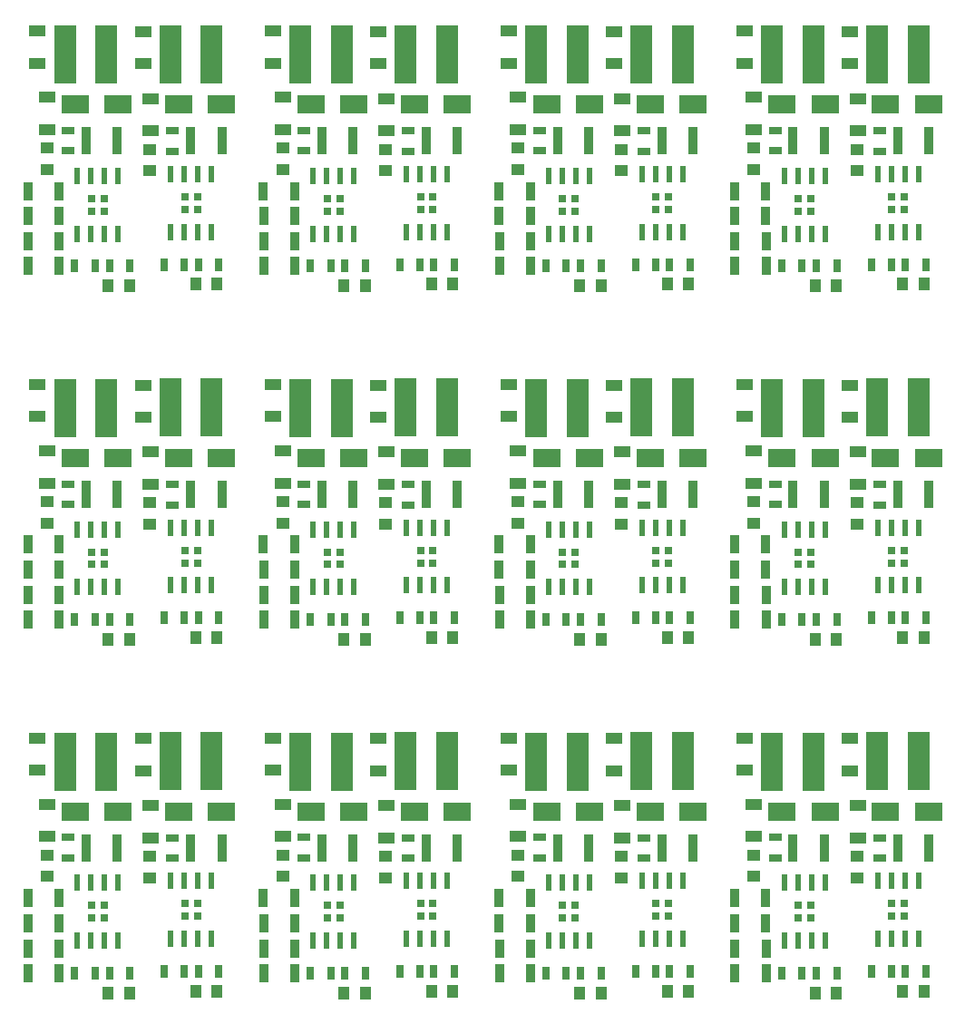
<source format=gtp>
G04 #@! TF.FileFunction,Paste,Top*
%FSLAX46Y46*%
G04 Gerber Fmt 4.6, Leading zero omitted, Abs format (unit mm)*
G04 Created by KiCad (PCBNEW 4.0.2-stable) date 11/29/2017 8:55:46 PM*
%MOMM*%
G01*
G04 APERTURE LIST*
%ADD10C,0.100000*%
%ADD11R,0.900000X1.700000*%
%ADD12R,0.700000X1.300000*%
%ADD13R,1.000000X1.250000*%
%ADD14R,1.600000X1.000000*%
%ADD15R,1.250000X1.000000*%
%ADD16R,1.300000X0.700000*%
%ADD17R,2.500000X1.800000*%
%ADD18R,0.900000X2.500000*%
%ADD19R,0.600000X1.550000*%
%ADD20R,0.705000X0.705000*%
%ADD21R,2.150000X5.500000*%
G04 APERTURE END LIST*
D10*
D11*
X124937600Y-135293400D03*
X127837600Y-135293400D03*
X127837600Y-137604800D03*
X124937600Y-137604800D03*
D12*
X131188200Y-137604800D03*
X129288200Y-137604800D03*
D13*
X132414000Y-139444200D03*
X134414000Y-139444200D03*
D12*
X132524200Y-137604800D03*
X134424200Y-137604800D03*
D14*
X126692400Y-121856800D03*
X126692400Y-124856800D03*
D15*
X126692400Y-128571800D03*
X126692400Y-126571800D03*
D16*
X128699000Y-126835200D03*
X128699000Y-124935200D03*
D17*
X129340600Y-122517200D03*
X133340600Y-122517200D03*
D15*
X136293600Y-128698800D03*
X136293600Y-126698800D03*
D14*
X136369800Y-121955600D03*
X136369800Y-124955600D03*
D18*
X133247800Y-125909800D03*
X130347800Y-125909800D03*
D11*
X127814400Y-132931200D03*
X124914400Y-132931200D03*
D19*
X129533900Y-134567700D03*
X130803900Y-134567700D03*
X132073900Y-134567700D03*
X133343900Y-134567700D03*
X133343900Y-129167700D03*
X132073900Y-129167700D03*
X130803900Y-129167700D03*
X129533900Y-129167700D03*
D20*
X132026400Y-131280200D03*
X130851400Y-131280200D03*
X132026400Y-132455200D03*
X130851400Y-132455200D03*
D11*
X124912200Y-130594400D03*
X127812200Y-130594400D03*
D19*
X138246100Y-134408700D03*
X139516100Y-134408700D03*
X140786100Y-134408700D03*
X142056100Y-134408700D03*
X142056100Y-129008700D03*
X140786100Y-129008700D03*
X139516100Y-129008700D03*
X138246100Y-129008700D03*
D20*
X140738600Y-131121200D03*
X139563600Y-131121200D03*
X140738600Y-132296200D03*
X139563600Y-132296200D03*
D14*
X125803400Y-118648200D03*
X125803400Y-115648200D03*
D21*
X128374200Y-117858000D03*
X132224200Y-117858000D03*
D14*
X135658600Y-118697600D03*
X135658600Y-115697600D03*
D21*
X138204000Y-117807200D03*
X142054000Y-117807200D03*
X160204000Y-117807200D03*
X164054000Y-117807200D03*
D17*
X160992600Y-122517200D03*
X164992600Y-122517200D03*
D13*
X154414000Y-139444200D03*
X156414000Y-139444200D03*
X162592800Y-139266400D03*
X164592800Y-139266400D03*
D12*
X162830000Y-137437600D03*
X164730000Y-137437600D03*
X161539800Y-137437600D03*
X159639800Y-137437600D03*
X154524200Y-137604800D03*
X156424200Y-137604800D03*
D14*
X158369800Y-121955600D03*
X158369800Y-124955600D03*
D17*
X151340600Y-122517200D03*
X155340600Y-122517200D03*
D21*
X150374200Y-117858000D03*
X154224200Y-117858000D03*
D14*
X157658600Y-118697600D03*
X157658600Y-115697600D03*
X147803400Y-118648200D03*
X147803400Y-115648200D03*
D16*
X160427200Y-126886000D03*
X160427200Y-124986000D03*
D19*
X160246100Y-134408700D03*
X161516100Y-134408700D03*
X162786100Y-134408700D03*
X164056100Y-134408700D03*
X164056100Y-129008700D03*
X162786100Y-129008700D03*
X161516100Y-129008700D03*
X160246100Y-129008700D03*
D20*
X162738600Y-131121200D03*
X161563600Y-131121200D03*
X162738600Y-132296200D03*
X161563600Y-132296200D03*
D15*
X158293600Y-128698800D03*
X158293600Y-126698800D03*
D19*
X151533900Y-134567700D03*
X152803900Y-134567700D03*
X154073900Y-134567700D03*
X155343900Y-134567700D03*
X155343900Y-129167700D03*
X154073900Y-129167700D03*
X152803900Y-129167700D03*
X151533900Y-129167700D03*
D20*
X154026400Y-131280200D03*
X152851400Y-131280200D03*
X154026400Y-132455200D03*
X152851400Y-132455200D03*
D18*
X165026800Y-125884400D03*
X162126800Y-125884400D03*
D11*
X149814400Y-132931200D03*
X146914400Y-132931200D03*
X146912200Y-130594400D03*
X149812200Y-130594400D03*
D14*
X148692400Y-121856800D03*
X148692400Y-124856800D03*
D18*
X155247800Y-125909800D03*
X152347800Y-125909800D03*
D16*
X150699000Y-126835200D03*
X150699000Y-124935200D03*
D15*
X148692400Y-128571800D03*
X148692400Y-126571800D03*
D13*
X140592800Y-139266400D03*
X142592800Y-139266400D03*
D12*
X140830000Y-137437600D03*
X142730000Y-137437600D03*
X139539800Y-137437600D03*
X137639800Y-137437600D03*
D16*
X138427200Y-126886000D03*
X138427200Y-124986000D03*
D18*
X143026800Y-125884400D03*
X140126800Y-125884400D03*
D17*
X138992600Y-122517200D03*
X142992600Y-122517200D03*
D11*
X146937600Y-135293400D03*
X149837600Y-135293400D03*
D12*
X153188200Y-137604800D03*
X151288200Y-137604800D03*
D11*
X149837600Y-137604800D03*
X146937600Y-137604800D03*
D12*
X88524200Y-137604800D03*
X90424200Y-137604800D03*
D13*
X88414000Y-139444200D03*
X90414000Y-139444200D03*
D12*
X87188200Y-137604800D03*
X85288200Y-137604800D03*
D11*
X105814400Y-132931200D03*
X102914400Y-132931200D03*
X102912200Y-130594400D03*
X105812200Y-130594400D03*
X105837600Y-137604800D03*
X102937600Y-137604800D03*
X102937600Y-135293400D03*
X105837600Y-135293400D03*
D12*
X96830000Y-137437600D03*
X98730000Y-137437600D03*
D13*
X96592800Y-139266400D03*
X98592800Y-139266400D03*
D12*
X95539800Y-137437600D03*
X93639800Y-137437600D03*
D19*
X94246100Y-134408700D03*
X95516100Y-134408700D03*
X96786100Y-134408700D03*
X98056100Y-134408700D03*
X98056100Y-129008700D03*
X96786100Y-129008700D03*
X95516100Y-129008700D03*
X94246100Y-129008700D03*
D20*
X96738600Y-131121200D03*
X95563600Y-131121200D03*
X96738600Y-132296200D03*
X95563600Y-132296200D03*
D11*
X83814400Y-132931200D03*
X80914400Y-132931200D03*
X83837600Y-137604800D03*
X80937600Y-137604800D03*
X80937600Y-135293400D03*
X83837600Y-135293400D03*
D17*
X107340600Y-122517200D03*
X111340600Y-122517200D03*
D21*
X106374200Y-117858000D03*
X110224200Y-117858000D03*
D14*
X114369800Y-121955600D03*
X114369800Y-124955600D03*
D18*
X121026800Y-125884400D03*
X118126800Y-125884400D03*
D16*
X116427200Y-126886000D03*
X116427200Y-124986000D03*
D21*
X116204000Y-117807200D03*
X120054000Y-117807200D03*
D17*
X116992600Y-122517200D03*
X120992600Y-122517200D03*
D14*
X113658600Y-118697600D03*
X113658600Y-115697600D03*
D12*
X109188200Y-137604800D03*
X107288200Y-137604800D03*
D13*
X110414000Y-139444200D03*
X112414000Y-139444200D03*
D12*
X110524200Y-137604800D03*
X112424200Y-137604800D03*
X118830000Y-137437600D03*
X120730000Y-137437600D03*
X117539800Y-137437600D03*
X115639800Y-137437600D03*
D13*
X118592800Y-139266400D03*
X120592800Y-139266400D03*
D15*
X114293600Y-128698800D03*
X114293600Y-126698800D03*
D19*
X107533900Y-134567700D03*
X108803900Y-134567700D03*
X110073900Y-134567700D03*
X111343900Y-134567700D03*
X111343900Y-129167700D03*
X110073900Y-129167700D03*
X108803900Y-129167700D03*
X107533900Y-129167700D03*
D20*
X110026400Y-131280200D03*
X108851400Y-131280200D03*
X110026400Y-132455200D03*
X108851400Y-132455200D03*
D18*
X111247800Y-125909800D03*
X108347800Y-125909800D03*
D19*
X116246100Y-134408700D03*
X117516100Y-134408700D03*
X118786100Y-134408700D03*
X120056100Y-134408700D03*
X120056100Y-129008700D03*
X118786100Y-129008700D03*
X117516100Y-129008700D03*
X116246100Y-129008700D03*
D20*
X118738600Y-131121200D03*
X117563600Y-131121200D03*
X118738600Y-132296200D03*
X117563600Y-132296200D03*
D14*
X91658600Y-118697600D03*
X91658600Y-115697600D03*
X92369800Y-121955600D03*
X92369800Y-124955600D03*
D17*
X94992600Y-122517200D03*
X98992600Y-122517200D03*
D18*
X99026800Y-125884400D03*
X96126800Y-125884400D03*
D16*
X94427200Y-126886000D03*
X94427200Y-124986000D03*
D15*
X92293600Y-128698800D03*
X92293600Y-126698800D03*
D21*
X94204000Y-117807200D03*
X98054000Y-117807200D03*
D17*
X85340600Y-122517200D03*
X89340600Y-122517200D03*
D21*
X84374200Y-117858000D03*
X88224200Y-117858000D03*
D18*
X89247800Y-125909800D03*
X86347800Y-125909800D03*
D16*
X84699000Y-126835200D03*
X84699000Y-124935200D03*
D14*
X82692400Y-121856800D03*
X82692400Y-124856800D03*
X81803400Y-118648200D03*
X81803400Y-115648200D03*
D15*
X82692400Y-128571800D03*
X82692400Y-126571800D03*
D11*
X80912200Y-130594400D03*
X83812200Y-130594400D03*
D19*
X85533900Y-134567700D03*
X86803900Y-134567700D03*
X88073900Y-134567700D03*
X89343900Y-134567700D03*
X89343900Y-129167700D03*
X88073900Y-129167700D03*
X86803900Y-129167700D03*
X85533900Y-129167700D03*
D20*
X88026400Y-131280200D03*
X86851400Y-131280200D03*
X88026400Y-132455200D03*
X86851400Y-132455200D03*
D15*
X104692400Y-128571800D03*
X104692400Y-126571800D03*
D16*
X106699000Y-126835200D03*
X106699000Y-124935200D03*
D14*
X104692400Y-121856800D03*
X104692400Y-124856800D03*
X103803400Y-118648200D03*
X103803400Y-115648200D03*
D12*
X139539800Y-104437600D03*
X137639800Y-104437600D03*
X140830000Y-104437600D03*
X142730000Y-104437600D03*
D13*
X140592800Y-106266400D03*
X142592800Y-106266400D03*
D17*
X138992600Y-89517200D03*
X142992600Y-89517200D03*
D16*
X138427200Y-93886000D03*
X138427200Y-91986000D03*
D18*
X143026800Y-92884400D03*
X140126800Y-92884400D03*
D21*
X138204000Y-84807200D03*
X142054000Y-84807200D03*
D11*
X127814400Y-99931200D03*
X124914400Y-99931200D03*
D12*
X132524200Y-104604800D03*
X134424200Y-104604800D03*
D13*
X132414000Y-106444200D03*
X134414000Y-106444200D03*
D12*
X131188200Y-104604800D03*
X129288200Y-104604800D03*
D11*
X124937600Y-102293400D03*
X127837600Y-102293400D03*
X127837600Y-104604800D03*
X124937600Y-104604800D03*
D14*
X136369800Y-88955600D03*
X136369800Y-91955600D03*
D18*
X133247800Y-92909800D03*
X130347800Y-92909800D03*
D16*
X128699000Y-93835200D03*
X128699000Y-91935200D03*
D14*
X135658600Y-85697600D03*
X135658600Y-82697600D03*
X126692400Y-88856800D03*
X126692400Y-91856800D03*
D21*
X128374200Y-84858000D03*
X132224200Y-84858000D03*
D17*
X129340600Y-89517200D03*
X133340600Y-89517200D03*
D19*
X138246100Y-101408700D03*
X139516100Y-101408700D03*
X140786100Y-101408700D03*
X142056100Y-101408700D03*
X142056100Y-96008700D03*
X140786100Y-96008700D03*
X139516100Y-96008700D03*
X138246100Y-96008700D03*
D20*
X140738600Y-98121200D03*
X139563600Y-98121200D03*
X140738600Y-99296200D03*
X139563600Y-99296200D03*
D19*
X129533900Y-101567700D03*
X130803900Y-101567700D03*
X132073900Y-101567700D03*
X133343900Y-101567700D03*
X133343900Y-96167700D03*
X132073900Y-96167700D03*
X130803900Y-96167700D03*
X129533900Y-96167700D03*
D20*
X132026400Y-98280200D03*
X130851400Y-98280200D03*
X132026400Y-99455200D03*
X130851400Y-99455200D03*
D15*
X136293600Y-95698800D03*
X136293600Y-93698800D03*
X126692400Y-95571800D03*
X126692400Y-93571800D03*
D11*
X124912200Y-97594400D03*
X127812200Y-97594400D03*
D14*
X113658600Y-85697600D03*
X113658600Y-82697600D03*
X125803400Y-85648200D03*
X125803400Y-82648200D03*
D21*
X116204000Y-84807200D03*
X120054000Y-84807200D03*
D11*
X146937600Y-102293400D03*
X149837600Y-102293400D03*
X146912200Y-97594400D03*
X149812200Y-97594400D03*
X149814400Y-99931200D03*
X146914400Y-99931200D03*
X149837600Y-104604800D03*
X146937600Y-104604800D03*
D12*
X154524200Y-104604800D03*
X156424200Y-104604800D03*
X153188200Y-104604800D03*
X151288200Y-104604800D03*
D13*
X154414000Y-106444200D03*
X156414000Y-106444200D03*
D12*
X162830000Y-104437600D03*
X164730000Y-104437600D03*
D13*
X162592800Y-106266400D03*
X164592800Y-106266400D03*
D12*
X161539800Y-104437600D03*
X159639800Y-104437600D03*
D14*
X147803400Y-85648200D03*
X147803400Y-82648200D03*
D21*
X150374200Y-84858000D03*
X154224200Y-84858000D03*
D15*
X148692400Y-95571800D03*
X148692400Y-93571800D03*
D16*
X150699000Y-93835200D03*
X150699000Y-91935200D03*
D14*
X148692400Y-88856800D03*
X148692400Y-91856800D03*
D18*
X155247800Y-92909800D03*
X152347800Y-92909800D03*
D17*
X151340600Y-89517200D03*
X155340600Y-89517200D03*
D14*
X157658600Y-85697600D03*
X157658600Y-82697600D03*
D17*
X160992600Y-89517200D03*
X164992600Y-89517200D03*
D16*
X160427200Y-93886000D03*
X160427200Y-91986000D03*
D21*
X160204000Y-84807200D03*
X164054000Y-84807200D03*
D14*
X158369800Y-88955600D03*
X158369800Y-91955600D03*
D18*
X165026800Y-92884400D03*
X162126800Y-92884400D03*
D19*
X151533900Y-101567700D03*
X152803900Y-101567700D03*
X154073900Y-101567700D03*
X155343900Y-101567700D03*
X155343900Y-96167700D03*
X154073900Y-96167700D03*
X152803900Y-96167700D03*
X151533900Y-96167700D03*
D20*
X154026400Y-98280200D03*
X152851400Y-98280200D03*
X154026400Y-99455200D03*
X152851400Y-99455200D03*
D15*
X158293600Y-95698800D03*
X158293600Y-93698800D03*
D19*
X160246100Y-101408700D03*
X161516100Y-101408700D03*
X162786100Y-101408700D03*
X164056100Y-101408700D03*
X164056100Y-96008700D03*
X162786100Y-96008700D03*
X161516100Y-96008700D03*
X160246100Y-96008700D03*
D20*
X162738600Y-98121200D03*
X161563600Y-98121200D03*
X162738600Y-99296200D03*
X161563600Y-99296200D03*
D21*
X94204000Y-84807200D03*
X98054000Y-84807200D03*
D17*
X94992600Y-89517200D03*
X98992600Y-89517200D03*
D14*
X103803400Y-85648200D03*
X103803400Y-82648200D03*
D21*
X106374200Y-84858000D03*
X110224200Y-84858000D03*
D17*
X107340600Y-89517200D03*
X111340600Y-89517200D03*
D14*
X104692400Y-88856800D03*
X104692400Y-91856800D03*
D16*
X106699000Y-93835200D03*
X106699000Y-91935200D03*
D18*
X111247800Y-92909800D03*
X108347800Y-92909800D03*
D15*
X92293600Y-95698800D03*
X92293600Y-93698800D03*
D16*
X94427200Y-93886000D03*
X94427200Y-91986000D03*
D18*
X99026800Y-92884400D03*
X96126800Y-92884400D03*
D19*
X94246100Y-101408700D03*
X95516100Y-101408700D03*
X96786100Y-101408700D03*
X98056100Y-101408700D03*
X98056100Y-96008700D03*
X96786100Y-96008700D03*
X95516100Y-96008700D03*
X94246100Y-96008700D03*
D20*
X96738600Y-98121200D03*
X95563600Y-98121200D03*
X96738600Y-99296200D03*
X95563600Y-99296200D03*
D11*
X105814400Y-99931200D03*
X102914400Y-99931200D03*
X102912200Y-97594400D03*
X105812200Y-97594400D03*
D15*
X104692400Y-95571800D03*
X104692400Y-93571800D03*
D17*
X116992600Y-89517200D03*
X120992600Y-89517200D03*
D18*
X121026800Y-92884400D03*
X118126800Y-92884400D03*
D14*
X114369800Y-88955600D03*
X114369800Y-91955600D03*
D15*
X114293600Y-95698800D03*
X114293600Y-93698800D03*
D16*
X116427200Y-93886000D03*
X116427200Y-91986000D03*
D19*
X107533900Y-101567700D03*
X108803900Y-101567700D03*
X110073900Y-101567700D03*
X111343900Y-101567700D03*
X111343900Y-96167700D03*
X110073900Y-96167700D03*
X108803900Y-96167700D03*
X107533900Y-96167700D03*
D20*
X110026400Y-98280200D03*
X108851400Y-98280200D03*
X110026400Y-99455200D03*
X108851400Y-99455200D03*
D19*
X116246100Y-101408700D03*
X117516100Y-101408700D03*
X118786100Y-101408700D03*
X120056100Y-101408700D03*
X120056100Y-96008700D03*
X118786100Y-96008700D03*
X117516100Y-96008700D03*
X116246100Y-96008700D03*
D20*
X118738600Y-98121200D03*
X117563600Y-98121200D03*
X118738600Y-99296200D03*
X117563600Y-99296200D03*
D11*
X105837600Y-104604800D03*
X102937600Y-104604800D03*
X102937600Y-102293400D03*
X105837600Y-102293400D03*
D12*
X110524200Y-104604800D03*
X112424200Y-104604800D03*
D13*
X110414000Y-106444200D03*
X112414000Y-106444200D03*
D12*
X109188200Y-104604800D03*
X107288200Y-104604800D03*
D13*
X96592800Y-106266400D03*
X98592800Y-106266400D03*
D12*
X95539800Y-104437600D03*
X93639800Y-104437600D03*
X96830000Y-104437600D03*
X98730000Y-104437600D03*
D13*
X118592800Y-106266400D03*
X120592800Y-106266400D03*
D12*
X117539800Y-104437600D03*
X115639800Y-104437600D03*
X118830000Y-104437600D03*
X120730000Y-104437600D03*
D19*
X85533900Y-101567700D03*
X86803900Y-101567700D03*
X88073900Y-101567700D03*
X89343900Y-101567700D03*
X89343900Y-96167700D03*
X88073900Y-96167700D03*
X86803900Y-96167700D03*
X85533900Y-96167700D03*
D20*
X88026400Y-98280200D03*
X86851400Y-98280200D03*
X88026400Y-99455200D03*
X86851400Y-99455200D03*
D14*
X81803400Y-85648200D03*
X81803400Y-82648200D03*
D21*
X84374200Y-84858000D03*
X88224200Y-84858000D03*
D14*
X91658600Y-85697600D03*
X91658600Y-82697600D03*
X92369800Y-88955600D03*
X92369800Y-91955600D03*
D18*
X89247800Y-92909800D03*
X86347800Y-92909800D03*
D16*
X84699000Y-93835200D03*
X84699000Y-91935200D03*
D11*
X80912200Y-97594400D03*
X83812200Y-97594400D03*
D15*
X82692400Y-95571800D03*
X82692400Y-93571800D03*
D14*
X82692400Y-88856800D03*
X82692400Y-91856800D03*
D17*
X85340600Y-89517200D03*
X89340600Y-89517200D03*
D13*
X88414000Y-106444200D03*
X90414000Y-106444200D03*
D12*
X88524200Y-104604800D03*
X90424200Y-104604800D03*
D11*
X83837600Y-104604800D03*
X80937600Y-104604800D03*
X80937600Y-102293400D03*
X83837600Y-102293400D03*
X83814400Y-99931200D03*
X80914400Y-99931200D03*
D12*
X87188200Y-104604800D03*
X85288200Y-104604800D03*
D19*
X151533900Y-68567700D03*
X152803900Y-68567700D03*
X154073900Y-68567700D03*
X155343900Y-68567700D03*
X155343900Y-63167700D03*
X154073900Y-63167700D03*
X152803900Y-63167700D03*
X151533900Y-63167700D03*
D20*
X154026400Y-65280200D03*
X152851400Y-65280200D03*
X154026400Y-66455200D03*
X152851400Y-66455200D03*
D12*
X153188200Y-71604800D03*
X151288200Y-71604800D03*
D11*
X149837600Y-71604800D03*
X146937600Y-71604800D03*
X146937600Y-69293400D03*
X149837600Y-69293400D03*
X149814400Y-66931200D03*
X146914400Y-66931200D03*
D12*
X140830000Y-71437600D03*
X142730000Y-71437600D03*
X139539800Y-71437600D03*
X137639800Y-71437600D03*
D13*
X140592800Y-73266400D03*
X142592800Y-73266400D03*
D12*
X161539800Y-71437600D03*
X159639800Y-71437600D03*
D13*
X154414000Y-73444200D03*
X156414000Y-73444200D03*
D12*
X162830000Y-71437600D03*
X164730000Y-71437600D03*
D13*
X162592800Y-73266400D03*
X164592800Y-73266400D03*
D12*
X154524200Y-71604800D03*
X156424200Y-71604800D03*
D19*
X138246100Y-68408700D03*
X139516100Y-68408700D03*
X140786100Y-68408700D03*
X142056100Y-68408700D03*
X142056100Y-63008700D03*
X140786100Y-63008700D03*
X139516100Y-63008700D03*
X138246100Y-63008700D03*
D20*
X140738600Y-65121200D03*
X139563600Y-65121200D03*
X140738600Y-66296200D03*
X139563600Y-66296200D03*
D21*
X138204000Y-51807200D03*
X142054000Y-51807200D03*
D14*
X136369800Y-55955600D03*
X136369800Y-58955600D03*
D16*
X138427200Y-60886000D03*
X138427200Y-58986000D03*
D15*
X136293600Y-62698800D03*
X136293600Y-60698800D03*
D17*
X138992600Y-56517200D03*
X142992600Y-56517200D03*
D18*
X143026800Y-59884400D03*
X140126800Y-59884400D03*
D19*
X160246100Y-68408700D03*
X161516100Y-68408700D03*
X162786100Y-68408700D03*
X164056100Y-68408700D03*
X164056100Y-63008700D03*
X162786100Y-63008700D03*
X161516100Y-63008700D03*
X160246100Y-63008700D03*
D20*
X162738600Y-65121200D03*
X161563600Y-65121200D03*
X162738600Y-66296200D03*
X161563600Y-66296200D03*
D14*
X157658600Y-52697600D03*
X157658600Y-49697600D03*
X158369800Y-55955600D03*
X158369800Y-58955600D03*
D21*
X160204000Y-51807200D03*
X164054000Y-51807200D03*
D17*
X160992600Y-56517200D03*
X164992600Y-56517200D03*
D16*
X160427200Y-60886000D03*
X160427200Y-58986000D03*
D15*
X158293600Y-62698800D03*
X158293600Y-60698800D03*
D18*
X165026800Y-59884400D03*
X162126800Y-59884400D03*
D14*
X147803400Y-52648200D03*
X147803400Y-49648200D03*
D21*
X150374200Y-51858000D03*
X154224200Y-51858000D03*
D17*
X151340600Y-56517200D03*
X155340600Y-56517200D03*
D14*
X148692400Y-55856800D03*
X148692400Y-58856800D03*
D18*
X155247800Y-59909800D03*
X152347800Y-59909800D03*
D16*
X150699000Y-60835200D03*
X150699000Y-58935200D03*
D11*
X146912200Y-64594400D03*
X149812200Y-64594400D03*
D15*
X148692400Y-62571800D03*
X148692400Y-60571800D03*
D12*
X132524200Y-71604800D03*
X134424200Y-71604800D03*
D13*
X132414000Y-73444200D03*
X134414000Y-73444200D03*
D12*
X131188200Y-71604800D03*
X129288200Y-71604800D03*
D11*
X127837600Y-71604800D03*
X124937600Y-71604800D03*
X124937600Y-69293400D03*
X127837600Y-69293400D03*
D14*
X135658600Y-52697600D03*
X135658600Y-49697600D03*
D21*
X128374200Y-51858000D03*
X132224200Y-51858000D03*
D14*
X125803400Y-52648200D03*
X125803400Y-49648200D03*
D11*
X124912200Y-64594400D03*
X127812200Y-64594400D03*
X127814400Y-66931200D03*
X124914400Y-66931200D03*
D15*
X126692400Y-62571800D03*
X126692400Y-60571800D03*
D16*
X128699000Y-60835200D03*
X128699000Y-58935200D03*
D17*
X129340600Y-56517200D03*
X133340600Y-56517200D03*
D18*
X133247800Y-59909800D03*
X130347800Y-59909800D03*
D14*
X126692400Y-55856800D03*
X126692400Y-58856800D03*
D19*
X129533900Y-68567700D03*
X130803900Y-68567700D03*
X132073900Y-68567700D03*
X133343900Y-68567700D03*
X133343900Y-63167700D03*
X132073900Y-63167700D03*
X130803900Y-63167700D03*
X129533900Y-63167700D03*
D20*
X132026400Y-65280200D03*
X130851400Y-65280200D03*
X132026400Y-66455200D03*
X130851400Y-66455200D03*
D13*
X118592800Y-73266400D03*
X120592800Y-73266400D03*
D12*
X118830000Y-71437600D03*
X120730000Y-71437600D03*
X117539800Y-71437600D03*
X115639800Y-71437600D03*
D15*
X104692400Y-62571800D03*
X104692400Y-60571800D03*
D19*
X107533900Y-68567700D03*
X108803900Y-68567700D03*
X110073900Y-68567700D03*
X111343900Y-68567700D03*
X111343900Y-63167700D03*
X110073900Y-63167700D03*
X108803900Y-63167700D03*
X107533900Y-63167700D03*
D20*
X110026400Y-65280200D03*
X108851400Y-65280200D03*
X110026400Y-66455200D03*
X108851400Y-66455200D03*
D11*
X102912200Y-64594400D03*
X105812200Y-64594400D03*
X102937600Y-69293400D03*
X105837600Y-69293400D03*
X105814400Y-66931200D03*
X102914400Y-66931200D03*
D13*
X110414000Y-73444200D03*
X112414000Y-73444200D03*
D12*
X110524200Y-71604800D03*
X112424200Y-71604800D03*
D11*
X105837600Y-71604800D03*
X102937600Y-71604800D03*
D12*
X109188200Y-71604800D03*
X107288200Y-71604800D03*
D14*
X113658600Y-52697600D03*
X113658600Y-49697600D03*
D17*
X116992600Y-56517200D03*
X120992600Y-56517200D03*
D21*
X116204000Y-51807200D03*
X120054000Y-51807200D03*
D14*
X114369800Y-55955600D03*
X114369800Y-58955600D03*
D18*
X121026800Y-59884400D03*
X118126800Y-59884400D03*
D16*
X116427200Y-60886000D03*
X116427200Y-58986000D03*
D19*
X116246100Y-68408700D03*
X117516100Y-68408700D03*
X118786100Y-68408700D03*
X120056100Y-68408700D03*
X120056100Y-63008700D03*
X118786100Y-63008700D03*
X117516100Y-63008700D03*
X116246100Y-63008700D03*
D20*
X118738600Y-65121200D03*
X117563600Y-65121200D03*
X118738600Y-66296200D03*
X117563600Y-66296200D03*
D15*
X114293600Y-62698800D03*
X114293600Y-60698800D03*
D14*
X103803400Y-52648200D03*
X103803400Y-49648200D03*
D21*
X106374200Y-51858000D03*
X110224200Y-51858000D03*
D14*
X104692400Y-55856800D03*
X104692400Y-58856800D03*
D17*
X107340600Y-56517200D03*
X111340600Y-56517200D03*
D16*
X106699000Y-60835200D03*
X106699000Y-58935200D03*
D18*
X111247800Y-59909800D03*
X108347800Y-59909800D03*
D14*
X92369800Y-55955600D03*
X92369800Y-58955600D03*
X82692400Y-55856800D03*
X82692400Y-58856800D03*
D21*
X84374200Y-51858000D03*
X88224200Y-51858000D03*
X94204000Y-51807200D03*
X98054000Y-51807200D03*
D12*
X87188200Y-71604800D03*
X85288200Y-71604800D03*
D16*
X84699000Y-60835200D03*
X84699000Y-58935200D03*
D12*
X96830000Y-71437600D03*
X98730000Y-71437600D03*
X88524200Y-71604800D03*
X90424200Y-71604800D03*
X95539800Y-71437600D03*
X93639800Y-71437600D03*
D16*
X94427200Y-60886000D03*
X94427200Y-58986000D03*
D11*
X83837600Y-71604800D03*
X80937600Y-71604800D03*
X80937600Y-69293400D03*
X83837600Y-69293400D03*
X83814400Y-66931200D03*
X80914400Y-66931200D03*
X80912200Y-64594400D03*
X83812200Y-64594400D03*
D19*
X85533900Y-68567700D03*
X86803900Y-68567700D03*
X88073900Y-68567700D03*
X89343900Y-68567700D03*
X89343900Y-63167700D03*
X88073900Y-63167700D03*
X86803900Y-63167700D03*
X85533900Y-63167700D03*
D20*
X88026400Y-65280200D03*
X86851400Y-65280200D03*
X88026400Y-66455200D03*
X86851400Y-66455200D03*
D19*
X94246100Y-68408700D03*
X95516100Y-68408700D03*
X96786100Y-68408700D03*
X98056100Y-68408700D03*
X98056100Y-63008700D03*
X96786100Y-63008700D03*
X95516100Y-63008700D03*
X94246100Y-63008700D03*
D20*
X96738600Y-65121200D03*
X95563600Y-65121200D03*
X96738600Y-66296200D03*
X95563600Y-66296200D03*
D17*
X85340600Y-56517200D03*
X89340600Y-56517200D03*
X94992600Y-56517200D03*
X98992600Y-56517200D03*
D15*
X92293600Y-62698800D03*
X92293600Y-60698800D03*
X82692400Y-62571800D03*
X82692400Y-60571800D03*
D13*
X96592800Y-73266400D03*
X98592800Y-73266400D03*
X88414000Y-73444200D03*
X90414000Y-73444200D03*
D18*
X89247800Y-59909800D03*
X86347800Y-59909800D03*
X99026800Y-59884400D03*
X96126800Y-59884400D03*
D14*
X81803400Y-52648200D03*
X81803400Y-49648200D03*
X91658600Y-52697600D03*
X91658600Y-49697600D03*
M02*

</source>
